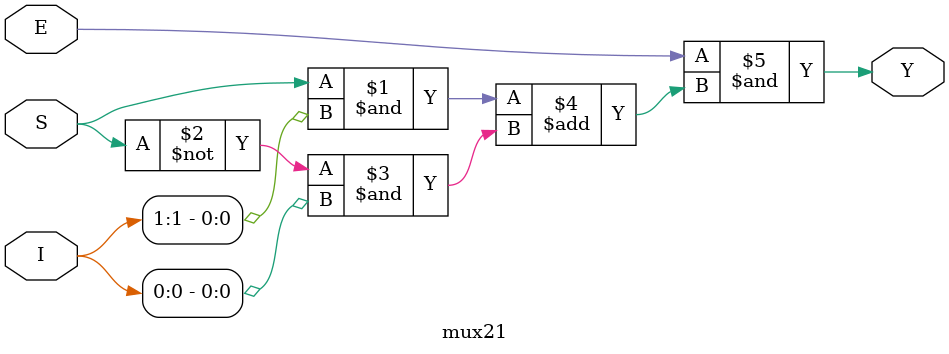
<source format=v>
`timescale 1ns / 1ps
module mux21(I, S, E, Y);
    input [1:0] I;
    input S;
    input E;
    output Y;
	 
	assign Y = E & ( (S & I[1]) + (~S & I[0])); 


endmodule

</source>
